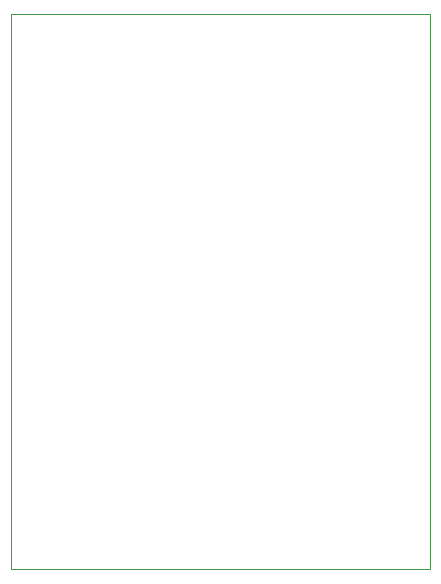
<source format=gbr>
G04 #@! TF.GenerationSoftware,KiCad,Pcbnew,(5.1.4)-1*
G04 #@! TF.CreationDate,2019-11-16T21:39:15+01:00*
G04 #@! TF.ProjectId,LEDClockControl,4c454443-6c6f-4636-9b43-6f6e74726f6c,rev?*
G04 #@! TF.SameCoordinates,Original*
G04 #@! TF.FileFunction,Profile,NP*
%FSLAX46Y46*%
G04 Gerber Fmt 4.6, Leading zero omitted, Abs format (unit mm)*
G04 Created by KiCad (PCBNEW (5.1.4)-1) date 2019-11-16 21:39:15*
%MOMM*%
%LPD*%
G04 APERTURE LIST*
%ADD10C,0.100000*%
G04 APERTURE END LIST*
D10*
X187000000Y-87000000D02*
X151500000Y-87000000D01*
X187000000Y-134000000D02*
X187000000Y-87000000D01*
X151500000Y-134000000D02*
X187000000Y-134000000D01*
X151500000Y-87000000D02*
X151500000Y-134000000D01*
M02*

</source>
